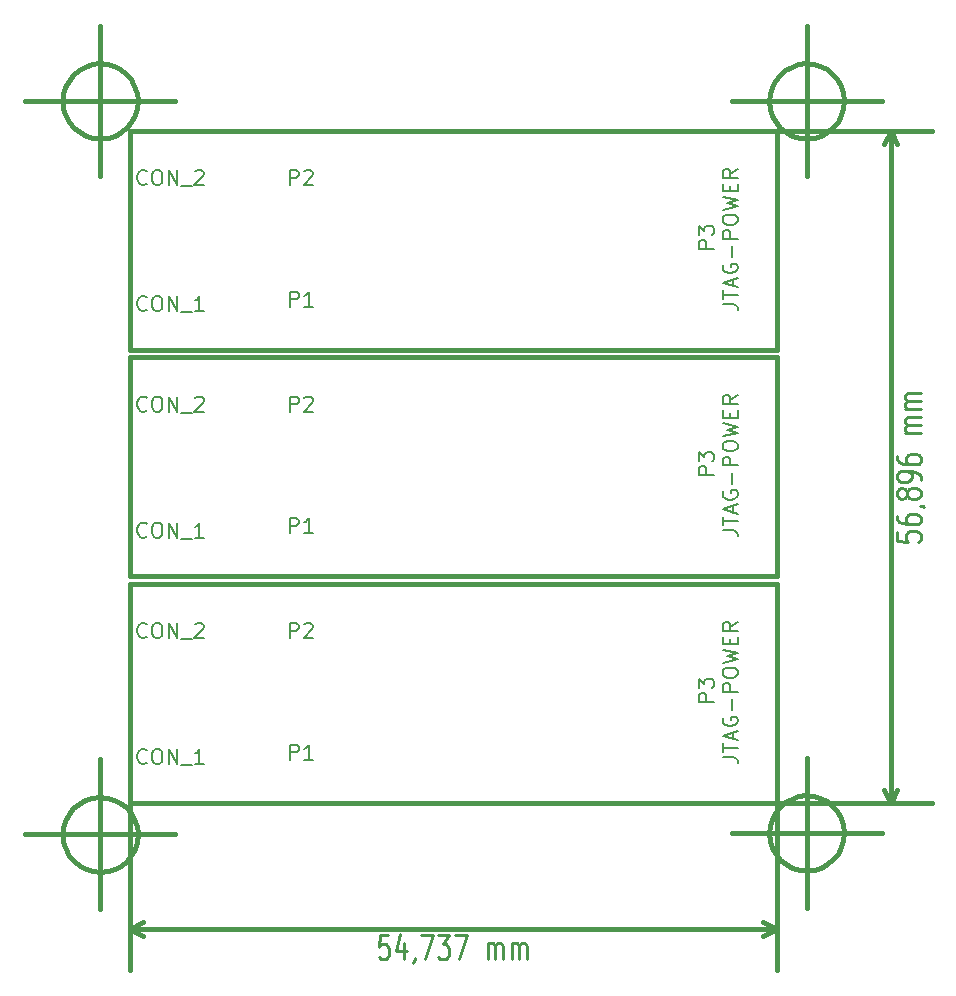
<source format=gbr>
G04 (created by PCBNEW-RS274X (2010-03-14)-final) date dom 30 oct 2011 23:58:16 ART*
G01*
G70*
G90*
%MOIN*%
G04 Gerber Fmt 3.4, Leading zero omitted, Abs format*
%FSLAX34Y34*%
G04 APERTURE LIST*
%ADD10C,0.000000*%
%ADD11C,0.015000*%
%ADD12C,0.010000*%
%ADD13C,0.005000*%
G04 APERTURE END LIST*
G54D10*
G54D11*
X79150Y-29750D02*
X79126Y-29992D01*
X79055Y-30226D01*
X78941Y-30441D01*
X78786Y-30630D01*
X78598Y-30786D01*
X78384Y-30902D01*
X78151Y-30974D01*
X77908Y-30999D01*
X77666Y-30977D01*
X77432Y-30908D01*
X77216Y-30795D01*
X77026Y-30643D01*
X76869Y-30456D01*
X76752Y-30242D01*
X76678Y-30009D01*
X76651Y-29767D01*
X76671Y-29525D01*
X76738Y-29290D01*
X76850Y-29073D01*
X77001Y-28882D01*
X77187Y-28724D01*
X77400Y-28605D01*
X77632Y-28530D01*
X77874Y-28501D01*
X78117Y-28519D01*
X78352Y-28585D01*
X78569Y-28695D01*
X78762Y-28845D01*
X78921Y-29030D01*
X79041Y-29242D01*
X79118Y-29474D01*
X79149Y-29716D01*
X79150Y-29750D01*
X75400Y-29750D02*
X80400Y-29750D01*
X77900Y-27250D02*
X77900Y-32250D01*
X79150Y-54150D02*
X79126Y-54392D01*
X79055Y-54626D01*
X78941Y-54841D01*
X78786Y-55030D01*
X78598Y-55186D01*
X78384Y-55302D01*
X78151Y-55374D01*
X77908Y-55399D01*
X77666Y-55377D01*
X77432Y-55308D01*
X77216Y-55195D01*
X77026Y-55043D01*
X76869Y-54856D01*
X76752Y-54642D01*
X76678Y-54409D01*
X76651Y-54167D01*
X76671Y-53925D01*
X76738Y-53690D01*
X76850Y-53473D01*
X77001Y-53282D01*
X77187Y-53124D01*
X77400Y-53005D01*
X77632Y-52930D01*
X77874Y-52901D01*
X78117Y-52919D01*
X78352Y-52985D01*
X78569Y-53095D01*
X78762Y-53245D01*
X78921Y-53430D01*
X79041Y-53642D01*
X79118Y-53874D01*
X79149Y-54116D01*
X79150Y-54150D01*
X75400Y-54150D02*
X80400Y-54150D01*
X77900Y-51650D02*
X77900Y-56650D01*
X55600Y-54200D02*
X55576Y-54442D01*
X55505Y-54676D01*
X55391Y-54891D01*
X55236Y-55080D01*
X55048Y-55236D01*
X54834Y-55352D01*
X54601Y-55424D01*
X54358Y-55449D01*
X54116Y-55427D01*
X53882Y-55358D01*
X53666Y-55245D01*
X53476Y-55093D01*
X53319Y-54906D01*
X53202Y-54692D01*
X53128Y-54459D01*
X53101Y-54217D01*
X53121Y-53975D01*
X53188Y-53740D01*
X53300Y-53523D01*
X53451Y-53332D01*
X53637Y-53174D01*
X53850Y-53055D01*
X54082Y-52980D01*
X54324Y-52951D01*
X54567Y-52969D01*
X54802Y-53035D01*
X55019Y-53145D01*
X55212Y-53295D01*
X55371Y-53480D01*
X55491Y-53692D01*
X55568Y-53924D01*
X55599Y-54166D01*
X55600Y-54200D01*
X51850Y-54200D02*
X56850Y-54200D01*
X54350Y-51700D02*
X54350Y-56700D01*
X55600Y-29750D02*
X55576Y-29992D01*
X55505Y-30226D01*
X55391Y-30441D01*
X55236Y-30630D01*
X55048Y-30786D01*
X54834Y-30902D01*
X54601Y-30974D01*
X54358Y-30999D01*
X54116Y-30977D01*
X53882Y-30908D01*
X53666Y-30795D01*
X53476Y-30643D01*
X53319Y-30456D01*
X53202Y-30242D01*
X53128Y-30009D01*
X53101Y-29767D01*
X53121Y-29525D01*
X53188Y-29290D01*
X53300Y-29073D01*
X53451Y-28882D01*
X53637Y-28724D01*
X53850Y-28605D01*
X54082Y-28530D01*
X54324Y-28501D01*
X54567Y-28519D01*
X54802Y-28585D01*
X55019Y-28695D01*
X55212Y-28845D01*
X55371Y-29030D01*
X55491Y-29242D01*
X55568Y-29474D01*
X55599Y-29716D01*
X55600Y-29750D01*
X51850Y-29750D02*
X56850Y-29750D01*
X54350Y-27250D02*
X54350Y-32250D01*
G54D12*
X80905Y-44119D02*
X80905Y-44405D01*
X81286Y-44435D01*
X81248Y-44406D01*
X81210Y-44349D01*
X81210Y-44206D01*
X81248Y-44149D01*
X81286Y-44120D01*
X81362Y-44092D01*
X81552Y-44092D01*
X81629Y-44120D01*
X81667Y-44149D01*
X81705Y-44207D01*
X81705Y-44350D01*
X81667Y-44406D01*
X81629Y-44435D01*
X80906Y-43577D02*
X80906Y-43691D01*
X80944Y-43748D01*
X80982Y-43777D01*
X81096Y-43834D01*
X81249Y-43864D01*
X81553Y-43864D01*
X81630Y-43835D01*
X81668Y-43807D01*
X81706Y-43750D01*
X81706Y-43636D01*
X81668Y-43578D01*
X81630Y-43549D01*
X81553Y-43521D01*
X81363Y-43521D01*
X81287Y-43549D01*
X81249Y-43578D01*
X81211Y-43635D01*
X81211Y-43749D01*
X81249Y-43807D01*
X81287Y-43835D01*
X81363Y-43864D01*
X81669Y-43236D02*
X81707Y-43237D01*
X81783Y-43265D01*
X81821Y-43294D01*
X81250Y-42892D02*
X81212Y-42950D01*
X81173Y-42978D01*
X81097Y-43006D01*
X81059Y-43006D01*
X80983Y-42977D01*
X80945Y-42949D01*
X80907Y-42891D01*
X80908Y-42777D01*
X80946Y-42720D01*
X80984Y-42691D01*
X81060Y-42663D01*
X81098Y-42663D01*
X81174Y-42692D01*
X81213Y-42721D01*
X81251Y-42778D01*
X81250Y-42892D01*
X81288Y-42950D01*
X81326Y-42978D01*
X81402Y-43007D01*
X81554Y-43007D01*
X81631Y-42978D01*
X81669Y-42950D01*
X81707Y-42893D01*
X81708Y-42779D01*
X81670Y-42721D01*
X81632Y-42692D01*
X81555Y-42664D01*
X81403Y-42664D01*
X81327Y-42692D01*
X81289Y-42721D01*
X81251Y-42778D01*
X81708Y-42380D02*
X81708Y-42265D01*
X81671Y-42207D01*
X81633Y-42179D01*
X81518Y-42121D01*
X81366Y-42093D01*
X81061Y-42092D01*
X80985Y-42120D01*
X80947Y-42149D01*
X80909Y-42206D01*
X80908Y-42320D01*
X80946Y-42378D01*
X80984Y-42406D01*
X81060Y-42435D01*
X81251Y-42436D01*
X81327Y-42407D01*
X81365Y-42379D01*
X81403Y-42321D01*
X81404Y-42207D01*
X81366Y-42150D01*
X81328Y-42121D01*
X81252Y-42093D01*
X80910Y-41578D02*
X80909Y-41692D01*
X80947Y-41749D01*
X80985Y-41778D01*
X81099Y-41836D01*
X81252Y-41865D01*
X81556Y-41865D01*
X81633Y-41836D01*
X81671Y-41808D01*
X81709Y-41751D01*
X81710Y-41637D01*
X81672Y-41579D01*
X81634Y-41550D01*
X81557Y-41522D01*
X81367Y-41522D01*
X81291Y-41550D01*
X81253Y-41579D01*
X81215Y-41636D01*
X81214Y-41750D01*
X81252Y-41808D01*
X81290Y-41836D01*
X81366Y-41865D01*
X81711Y-40809D02*
X81177Y-40808D01*
X81254Y-40808D02*
X81216Y-40780D01*
X81177Y-40722D01*
X81177Y-40637D01*
X81216Y-40580D01*
X81292Y-40551D01*
X81711Y-40552D01*
X81292Y-40551D02*
X81216Y-40522D01*
X81178Y-40465D01*
X81178Y-40380D01*
X81217Y-40322D01*
X81293Y-40294D01*
X81712Y-40295D01*
X81712Y-40009D02*
X81178Y-40008D01*
X81255Y-40008D02*
X81217Y-39980D01*
X81179Y-39922D01*
X81179Y-39837D01*
X81218Y-39780D01*
X81294Y-39751D01*
X81713Y-39752D01*
X81294Y-39751D02*
X81218Y-39722D01*
X81179Y-39665D01*
X81179Y-39580D01*
X81218Y-39522D01*
X81294Y-39494D01*
X81713Y-39495D01*
G54D11*
X80700Y-53150D02*
X80700Y-30750D01*
X76900Y-53150D02*
X82070Y-53150D01*
X76900Y-30750D02*
X82070Y-30750D01*
X80700Y-30750D02*
X80930Y-31193D01*
X80700Y-30750D02*
X80470Y-31193D01*
X80700Y-53150D02*
X80930Y-52707D01*
X80700Y-53150D02*
X80470Y-52707D01*
G54D12*
X63955Y-57558D02*
X63669Y-57558D01*
X63640Y-57939D01*
X63669Y-57901D01*
X63726Y-57863D01*
X63869Y-57863D01*
X63926Y-57901D01*
X63955Y-57939D01*
X63983Y-58015D01*
X63983Y-58205D01*
X63955Y-58282D01*
X63926Y-58320D01*
X63869Y-58358D01*
X63726Y-58358D01*
X63669Y-58320D01*
X63640Y-58282D01*
X64497Y-57824D02*
X64497Y-58358D01*
X64354Y-57520D02*
X64211Y-58091D01*
X64583Y-58091D01*
X64839Y-58320D02*
X64839Y-58358D01*
X64811Y-58434D01*
X64782Y-58472D01*
X65040Y-57558D02*
X65440Y-57558D01*
X65183Y-58358D01*
X65611Y-57558D02*
X65982Y-57558D01*
X65782Y-57863D01*
X65868Y-57863D01*
X65925Y-57901D01*
X65954Y-57939D01*
X65982Y-58015D01*
X65982Y-58205D01*
X65954Y-58282D01*
X65925Y-58320D01*
X65868Y-58358D01*
X65696Y-58358D01*
X65639Y-58320D01*
X65611Y-58282D01*
X66182Y-57558D02*
X66582Y-57558D01*
X66325Y-58358D01*
X67267Y-58358D02*
X67267Y-57824D01*
X67267Y-57901D02*
X67295Y-57863D01*
X67353Y-57824D01*
X67438Y-57824D01*
X67495Y-57863D01*
X67524Y-57939D01*
X67524Y-58358D01*
X67524Y-57939D02*
X67553Y-57863D01*
X67610Y-57824D01*
X67695Y-57824D01*
X67753Y-57863D01*
X67781Y-57939D01*
X67781Y-58358D01*
X68067Y-58358D02*
X68067Y-57824D01*
X68067Y-57901D02*
X68095Y-57863D01*
X68153Y-57824D01*
X68238Y-57824D01*
X68295Y-57863D01*
X68324Y-57939D01*
X68324Y-58358D01*
X68324Y-57939D02*
X68353Y-57863D01*
X68410Y-57824D01*
X68495Y-57824D01*
X68553Y-57863D01*
X68581Y-57939D01*
X68581Y-58358D01*
G54D11*
X55350Y-57349D02*
X76900Y-57349D01*
X55350Y-53250D02*
X55350Y-58719D01*
X76900Y-53250D02*
X76900Y-58719D01*
X76900Y-57349D02*
X76457Y-57579D01*
X76900Y-57349D02*
X76457Y-57119D01*
X55350Y-57349D02*
X55793Y-57579D01*
X55350Y-57349D02*
X55793Y-57119D01*
X76900Y-45850D02*
X76900Y-53150D01*
X76900Y-53150D02*
X55350Y-53150D01*
X55350Y-53150D02*
X55350Y-45850D01*
X55350Y-45850D02*
X76900Y-45850D01*
X55350Y-38300D02*
X76900Y-38300D01*
X55350Y-45600D02*
X55350Y-38300D01*
X76900Y-45600D02*
X55350Y-45600D01*
X76900Y-38300D02*
X76900Y-45600D01*
X55350Y-30750D02*
X76900Y-30750D01*
X55350Y-38050D02*
X55350Y-30750D01*
X76900Y-38050D02*
X55350Y-38050D01*
X76900Y-30750D02*
X76900Y-38050D01*
G54D13*
X60681Y-51702D02*
X60681Y-51202D01*
X60872Y-51202D01*
X60919Y-51226D01*
X60943Y-51250D01*
X60967Y-51298D01*
X60967Y-51369D01*
X60943Y-51417D01*
X60919Y-51440D01*
X60872Y-51464D01*
X60681Y-51464D01*
X61443Y-51702D02*
X61157Y-51702D01*
X61300Y-51702D02*
X61300Y-51202D01*
X61252Y-51274D01*
X61205Y-51321D01*
X61157Y-51345D01*
X55903Y-51805D02*
X55879Y-51829D01*
X55808Y-51852D01*
X55760Y-51852D01*
X55688Y-51829D01*
X55641Y-51781D01*
X55617Y-51733D01*
X55593Y-51638D01*
X55593Y-51567D01*
X55617Y-51471D01*
X55641Y-51424D01*
X55688Y-51376D01*
X55760Y-51352D01*
X55808Y-51352D01*
X55879Y-51376D01*
X55903Y-51400D01*
X56212Y-51352D02*
X56308Y-51352D01*
X56355Y-51376D01*
X56403Y-51424D01*
X56427Y-51519D01*
X56427Y-51686D01*
X56403Y-51781D01*
X56355Y-51829D01*
X56308Y-51852D01*
X56212Y-51852D01*
X56165Y-51829D01*
X56117Y-51781D01*
X56093Y-51686D01*
X56093Y-51519D01*
X56117Y-51424D01*
X56165Y-51376D01*
X56212Y-51352D01*
X56641Y-51852D02*
X56641Y-51352D01*
X56927Y-51852D01*
X56927Y-51352D01*
X57046Y-51900D02*
X57427Y-51900D01*
X57808Y-51852D02*
X57522Y-51852D01*
X57665Y-51852D02*
X57665Y-51352D01*
X57617Y-51424D01*
X57570Y-51471D01*
X57522Y-51495D01*
X60681Y-47652D02*
X60681Y-47152D01*
X60872Y-47152D01*
X60919Y-47176D01*
X60943Y-47200D01*
X60967Y-47248D01*
X60967Y-47319D01*
X60943Y-47367D01*
X60919Y-47390D01*
X60872Y-47414D01*
X60681Y-47414D01*
X61157Y-47200D02*
X61181Y-47176D01*
X61229Y-47152D01*
X61348Y-47152D01*
X61395Y-47176D01*
X61419Y-47200D01*
X61443Y-47248D01*
X61443Y-47295D01*
X61419Y-47367D01*
X61133Y-47652D01*
X61443Y-47652D01*
X55903Y-47605D02*
X55879Y-47629D01*
X55808Y-47652D01*
X55760Y-47652D01*
X55688Y-47629D01*
X55641Y-47581D01*
X55617Y-47533D01*
X55593Y-47438D01*
X55593Y-47367D01*
X55617Y-47271D01*
X55641Y-47224D01*
X55688Y-47176D01*
X55760Y-47152D01*
X55808Y-47152D01*
X55879Y-47176D01*
X55903Y-47200D01*
X56212Y-47152D02*
X56308Y-47152D01*
X56355Y-47176D01*
X56403Y-47224D01*
X56427Y-47319D01*
X56427Y-47486D01*
X56403Y-47581D01*
X56355Y-47629D01*
X56308Y-47652D01*
X56212Y-47652D01*
X56165Y-47629D01*
X56117Y-47581D01*
X56093Y-47486D01*
X56093Y-47319D01*
X56117Y-47224D01*
X56165Y-47176D01*
X56212Y-47152D01*
X56641Y-47652D02*
X56641Y-47152D01*
X56927Y-47652D01*
X56927Y-47152D01*
X57046Y-47700D02*
X57427Y-47700D01*
X57522Y-47200D02*
X57546Y-47176D01*
X57594Y-47152D01*
X57713Y-47152D01*
X57760Y-47176D01*
X57784Y-47200D01*
X57808Y-47248D01*
X57808Y-47295D01*
X57784Y-47367D01*
X57498Y-47652D01*
X57808Y-47652D01*
X74802Y-49769D02*
X74302Y-49769D01*
X74302Y-49578D01*
X74326Y-49531D01*
X74350Y-49507D01*
X74398Y-49483D01*
X74469Y-49483D01*
X74517Y-49507D01*
X74540Y-49531D01*
X74564Y-49578D01*
X74564Y-49769D01*
X74302Y-49317D02*
X74302Y-49007D01*
X74493Y-49174D01*
X74493Y-49102D01*
X74517Y-49055D01*
X74540Y-49031D01*
X74588Y-49007D01*
X74707Y-49007D01*
X74755Y-49031D01*
X74779Y-49055D01*
X74802Y-49102D01*
X74802Y-49245D01*
X74779Y-49293D01*
X74755Y-49317D01*
X75102Y-51616D02*
X75460Y-51616D01*
X75531Y-51640D01*
X75579Y-51688D01*
X75602Y-51759D01*
X75602Y-51807D01*
X75102Y-51449D02*
X75102Y-51164D01*
X75602Y-51307D02*
X75102Y-51307D01*
X75460Y-51021D02*
X75460Y-50783D01*
X75602Y-51068D02*
X75102Y-50902D01*
X75602Y-50735D01*
X75126Y-50306D02*
X75102Y-50354D01*
X75102Y-50425D01*
X75126Y-50497D01*
X75174Y-50544D01*
X75221Y-50568D01*
X75317Y-50592D01*
X75388Y-50592D01*
X75483Y-50568D01*
X75531Y-50544D01*
X75579Y-50497D01*
X75602Y-50425D01*
X75602Y-50377D01*
X75579Y-50306D01*
X75555Y-50282D01*
X75388Y-50282D01*
X75388Y-50377D01*
X75412Y-50068D02*
X75412Y-49687D01*
X75602Y-49449D02*
X75102Y-49449D01*
X75102Y-49258D01*
X75126Y-49211D01*
X75150Y-49187D01*
X75198Y-49163D01*
X75269Y-49163D01*
X75317Y-49187D01*
X75340Y-49211D01*
X75364Y-49258D01*
X75364Y-49449D01*
X75102Y-48854D02*
X75102Y-48758D01*
X75126Y-48711D01*
X75174Y-48663D01*
X75269Y-48639D01*
X75436Y-48639D01*
X75531Y-48663D01*
X75579Y-48711D01*
X75602Y-48758D01*
X75602Y-48854D01*
X75579Y-48901D01*
X75531Y-48949D01*
X75436Y-48973D01*
X75269Y-48973D01*
X75174Y-48949D01*
X75126Y-48901D01*
X75102Y-48854D01*
X75102Y-48473D02*
X75602Y-48354D01*
X75245Y-48258D01*
X75602Y-48163D01*
X75102Y-48044D01*
X75340Y-47854D02*
X75340Y-47687D01*
X75602Y-47616D02*
X75602Y-47854D01*
X75102Y-47854D01*
X75102Y-47616D01*
X75602Y-47116D02*
X75364Y-47283D01*
X75602Y-47402D02*
X75102Y-47402D01*
X75102Y-47211D01*
X75126Y-47164D01*
X75150Y-47140D01*
X75198Y-47116D01*
X75269Y-47116D01*
X75317Y-47140D01*
X75340Y-47164D01*
X75364Y-47211D01*
X75364Y-47402D01*
X74802Y-42219D02*
X74302Y-42219D01*
X74302Y-42028D01*
X74326Y-41981D01*
X74350Y-41957D01*
X74398Y-41933D01*
X74469Y-41933D01*
X74517Y-41957D01*
X74540Y-41981D01*
X74564Y-42028D01*
X74564Y-42219D01*
X74302Y-41767D02*
X74302Y-41457D01*
X74493Y-41624D01*
X74493Y-41552D01*
X74517Y-41505D01*
X74540Y-41481D01*
X74588Y-41457D01*
X74707Y-41457D01*
X74755Y-41481D01*
X74779Y-41505D01*
X74802Y-41552D01*
X74802Y-41695D01*
X74779Y-41743D01*
X74755Y-41767D01*
X75102Y-44066D02*
X75460Y-44066D01*
X75531Y-44090D01*
X75579Y-44138D01*
X75602Y-44209D01*
X75602Y-44257D01*
X75102Y-43899D02*
X75102Y-43614D01*
X75602Y-43757D02*
X75102Y-43757D01*
X75460Y-43471D02*
X75460Y-43233D01*
X75602Y-43518D02*
X75102Y-43352D01*
X75602Y-43185D01*
X75126Y-42756D02*
X75102Y-42804D01*
X75102Y-42875D01*
X75126Y-42947D01*
X75174Y-42994D01*
X75221Y-43018D01*
X75317Y-43042D01*
X75388Y-43042D01*
X75483Y-43018D01*
X75531Y-42994D01*
X75579Y-42947D01*
X75602Y-42875D01*
X75602Y-42827D01*
X75579Y-42756D01*
X75555Y-42732D01*
X75388Y-42732D01*
X75388Y-42827D01*
X75412Y-42518D02*
X75412Y-42137D01*
X75602Y-41899D02*
X75102Y-41899D01*
X75102Y-41708D01*
X75126Y-41661D01*
X75150Y-41637D01*
X75198Y-41613D01*
X75269Y-41613D01*
X75317Y-41637D01*
X75340Y-41661D01*
X75364Y-41708D01*
X75364Y-41899D01*
X75102Y-41304D02*
X75102Y-41208D01*
X75126Y-41161D01*
X75174Y-41113D01*
X75269Y-41089D01*
X75436Y-41089D01*
X75531Y-41113D01*
X75579Y-41161D01*
X75602Y-41208D01*
X75602Y-41304D01*
X75579Y-41351D01*
X75531Y-41399D01*
X75436Y-41423D01*
X75269Y-41423D01*
X75174Y-41399D01*
X75126Y-41351D01*
X75102Y-41304D01*
X75102Y-40923D02*
X75602Y-40804D01*
X75245Y-40708D01*
X75602Y-40613D01*
X75102Y-40494D01*
X75340Y-40304D02*
X75340Y-40137D01*
X75602Y-40066D02*
X75602Y-40304D01*
X75102Y-40304D01*
X75102Y-40066D01*
X75602Y-39566D02*
X75364Y-39733D01*
X75602Y-39852D02*
X75102Y-39852D01*
X75102Y-39661D01*
X75126Y-39614D01*
X75150Y-39590D01*
X75198Y-39566D01*
X75269Y-39566D01*
X75317Y-39590D01*
X75340Y-39614D01*
X75364Y-39661D01*
X75364Y-39852D01*
X60681Y-40102D02*
X60681Y-39602D01*
X60872Y-39602D01*
X60919Y-39626D01*
X60943Y-39650D01*
X60967Y-39698D01*
X60967Y-39769D01*
X60943Y-39817D01*
X60919Y-39840D01*
X60872Y-39864D01*
X60681Y-39864D01*
X61157Y-39650D02*
X61181Y-39626D01*
X61229Y-39602D01*
X61348Y-39602D01*
X61395Y-39626D01*
X61419Y-39650D01*
X61443Y-39698D01*
X61443Y-39745D01*
X61419Y-39817D01*
X61133Y-40102D01*
X61443Y-40102D01*
X55903Y-40055D02*
X55879Y-40079D01*
X55808Y-40102D01*
X55760Y-40102D01*
X55688Y-40079D01*
X55641Y-40031D01*
X55617Y-39983D01*
X55593Y-39888D01*
X55593Y-39817D01*
X55617Y-39721D01*
X55641Y-39674D01*
X55688Y-39626D01*
X55760Y-39602D01*
X55808Y-39602D01*
X55879Y-39626D01*
X55903Y-39650D01*
X56212Y-39602D02*
X56308Y-39602D01*
X56355Y-39626D01*
X56403Y-39674D01*
X56427Y-39769D01*
X56427Y-39936D01*
X56403Y-40031D01*
X56355Y-40079D01*
X56308Y-40102D01*
X56212Y-40102D01*
X56165Y-40079D01*
X56117Y-40031D01*
X56093Y-39936D01*
X56093Y-39769D01*
X56117Y-39674D01*
X56165Y-39626D01*
X56212Y-39602D01*
X56641Y-40102D02*
X56641Y-39602D01*
X56927Y-40102D01*
X56927Y-39602D01*
X57046Y-40150D02*
X57427Y-40150D01*
X57522Y-39650D02*
X57546Y-39626D01*
X57594Y-39602D01*
X57713Y-39602D01*
X57760Y-39626D01*
X57784Y-39650D01*
X57808Y-39698D01*
X57808Y-39745D01*
X57784Y-39817D01*
X57498Y-40102D01*
X57808Y-40102D01*
X60681Y-44152D02*
X60681Y-43652D01*
X60872Y-43652D01*
X60919Y-43676D01*
X60943Y-43700D01*
X60967Y-43748D01*
X60967Y-43819D01*
X60943Y-43867D01*
X60919Y-43890D01*
X60872Y-43914D01*
X60681Y-43914D01*
X61443Y-44152D02*
X61157Y-44152D01*
X61300Y-44152D02*
X61300Y-43652D01*
X61252Y-43724D01*
X61205Y-43771D01*
X61157Y-43795D01*
X55903Y-44255D02*
X55879Y-44279D01*
X55808Y-44302D01*
X55760Y-44302D01*
X55688Y-44279D01*
X55641Y-44231D01*
X55617Y-44183D01*
X55593Y-44088D01*
X55593Y-44017D01*
X55617Y-43921D01*
X55641Y-43874D01*
X55688Y-43826D01*
X55760Y-43802D01*
X55808Y-43802D01*
X55879Y-43826D01*
X55903Y-43850D01*
X56212Y-43802D02*
X56308Y-43802D01*
X56355Y-43826D01*
X56403Y-43874D01*
X56427Y-43969D01*
X56427Y-44136D01*
X56403Y-44231D01*
X56355Y-44279D01*
X56308Y-44302D01*
X56212Y-44302D01*
X56165Y-44279D01*
X56117Y-44231D01*
X56093Y-44136D01*
X56093Y-43969D01*
X56117Y-43874D01*
X56165Y-43826D01*
X56212Y-43802D01*
X56641Y-44302D02*
X56641Y-43802D01*
X56927Y-44302D01*
X56927Y-43802D01*
X57046Y-44350D02*
X57427Y-44350D01*
X57808Y-44302D02*
X57522Y-44302D01*
X57665Y-44302D02*
X57665Y-43802D01*
X57617Y-43874D01*
X57570Y-43921D01*
X57522Y-43945D01*
X74802Y-34669D02*
X74302Y-34669D01*
X74302Y-34478D01*
X74326Y-34431D01*
X74350Y-34407D01*
X74398Y-34383D01*
X74469Y-34383D01*
X74517Y-34407D01*
X74540Y-34431D01*
X74564Y-34478D01*
X74564Y-34669D01*
X74302Y-34217D02*
X74302Y-33907D01*
X74493Y-34074D01*
X74493Y-34002D01*
X74517Y-33955D01*
X74540Y-33931D01*
X74588Y-33907D01*
X74707Y-33907D01*
X74755Y-33931D01*
X74779Y-33955D01*
X74802Y-34002D01*
X74802Y-34145D01*
X74779Y-34193D01*
X74755Y-34217D01*
X75102Y-36516D02*
X75460Y-36516D01*
X75531Y-36540D01*
X75579Y-36588D01*
X75602Y-36659D01*
X75602Y-36707D01*
X75102Y-36349D02*
X75102Y-36064D01*
X75602Y-36207D02*
X75102Y-36207D01*
X75460Y-35921D02*
X75460Y-35683D01*
X75602Y-35968D02*
X75102Y-35802D01*
X75602Y-35635D01*
X75126Y-35206D02*
X75102Y-35254D01*
X75102Y-35325D01*
X75126Y-35397D01*
X75174Y-35444D01*
X75221Y-35468D01*
X75317Y-35492D01*
X75388Y-35492D01*
X75483Y-35468D01*
X75531Y-35444D01*
X75579Y-35397D01*
X75602Y-35325D01*
X75602Y-35277D01*
X75579Y-35206D01*
X75555Y-35182D01*
X75388Y-35182D01*
X75388Y-35277D01*
X75412Y-34968D02*
X75412Y-34587D01*
X75602Y-34349D02*
X75102Y-34349D01*
X75102Y-34158D01*
X75126Y-34111D01*
X75150Y-34087D01*
X75198Y-34063D01*
X75269Y-34063D01*
X75317Y-34087D01*
X75340Y-34111D01*
X75364Y-34158D01*
X75364Y-34349D01*
X75102Y-33754D02*
X75102Y-33658D01*
X75126Y-33611D01*
X75174Y-33563D01*
X75269Y-33539D01*
X75436Y-33539D01*
X75531Y-33563D01*
X75579Y-33611D01*
X75602Y-33658D01*
X75602Y-33754D01*
X75579Y-33801D01*
X75531Y-33849D01*
X75436Y-33873D01*
X75269Y-33873D01*
X75174Y-33849D01*
X75126Y-33801D01*
X75102Y-33754D01*
X75102Y-33373D02*
X75602Y-33254D01*
X75245Y-33158D01*
X75602Y-33063D01*
X75102Y-32944D01*
X75340Y-32754D02*
X75340Y-32587D01*
X75602Y-32516D02*
X75602Y-32754D01*
X75102Y-32754D01*
X75102Y-32516D01*
X75602Y-32016D02*
X75364Y-32183D01*
X75602Y-32302D02*
X75102Y-32302D01*
X75102Y-32111D01*
X75126Y-32064D01*
X75150Y-32040D01*
X75198Y-32016D01*
X75269Y-32016D01*
X75317Y-32040D01*
X75340Y-32064D01*
X75364Y-32111D01*
X75364Y-32302D01*
X60681Y-32552D02*
X60681Y-32052D01*
X60872Y-32052D01*
X60919Y-32076D01*
X60943Y-32100D01*
X60967Y-32148D01*
X60967Y-32219D01*
X60943Y-32267D01*
X60919Y-32290D01*
X60872Y-32314D01*
X60681Y-32314D01*
X61157Y-32100D02*
X61181Y-32076D01*
X61229Y-32052D01*
X61348Y-32052D01*
X61395Y-32076D01*
X61419Y-32100D01*
X61443Y-32148D01*
X61443Y-32195D01*
X61419Y-32267D01*
X61133Y-32552D01*
X61443Y-32552D01*
X55903Y-32505D02*
X55879Y-32529D01*
X55808Y-32552D01*
X55760Y-32552D01*
X55688Y-32529D01*
X55641Y-32481D01*
X55617Y-32433D01*
X55593Y-32338D01*
X55593Y-32267D01*
X55617Y-32171D01*
X55641Y-32124D01*
X55688Y-32076D01*
X55760Y-32052D01*
X55808Y-32052D01*
X55879Y-32076D01*
X55903Y-32100D01*
X56212Y-32052D02*
X56308Y-32052D01*
X56355Y-32076D01*
X56403Y-32124D01*
X56427Y-32219D01*
X56427Y-32386D01*
X56403Y-32481D01*
X56355Y-32529D01*
X56308Y-32552D01*
X56212Y-32552D01*
X56165Y-32529D01*
X56117Y-32481D01*
X56093Y-32386D01*
X56093Y-32219D01*
X56117Y-32124D01*
X56165Y-32076D01*
X56212Y-32052D01*
X56641Y-32552D02*
X56641Y-32052D01*
X56927Y-32552D01*
X56927Y-32052D01*
X57046Y-32600D02*
X57427Y-32600D01*
X57522Y-32100D02*
X57546Y-32076D01*
X57594Y-32052D01*
X57713Y-32052D01*
X57760Y-32076D01*
X57784Y-32100D01*
X57808Y-32148D01*
X57808Y-32195D01*
X57784Y-32267D01*
X57498Y-32552D01*
X57808Y-32552D01*
X60681Y-36602D02*
X60681Y-36102D01*
X60872Y-36102D01*
X60919Y-36126D01*
X60943Y-36150D01*
X60967Y-36198D01*
X60967Y-36269D01*
X60943Y-36317D01*
X60919Y-36340D01*
X60872Y-36364D01*
X60681Y-36364D01*
X61443Y-36602D02*
X61157Y-36602D01*
X61300Y-36602D02*
X61300Y-36102D01*
X61252Y-36174D01*
X61205Y-36221D01*
X61157Y-36245D01*
X55903Y-36705D02*
X55879Y-36729D01*
X55808Y-36752D01*
X55760Y-36752D01*
X55688Y-36729D01*
X55641Y-36681D01*
X55617Y-36633D01*
X55593Y-36538D01*
X55593Y-36467D01*
X55617Y-36371D01*
X55641Y-36324D01*
X55688Y-36276D01*
X55760Y-36252D01*
X55808Y-36252D01*
X55879Y-36276D01*
X55903Y-36300D01*
X56212Y-36252D02*
X56308Y-36252D01*
X56355Y-36276D01*
X56403Y-36324D01*
X56427Y-36419D01*
X56427Y-36586D01*
X56403Y-36681D01*
X56355Y-36729D01*
X56308Y-36752D01*
X56212Y-36752D01*
X56165Y-36729D01*
X56117Y-36681D01*
X56093Y-36586D01*
X56093Y-36419D01*
X56117Y-36324D01*
X56165Y-36276D01*
X56212Y-36252D01*
X56641Y-36752D02*
X56641Y-36252D01*
X56927Y-36752D01*
X56927Y-36252D01*
X57046Y-36800D02*
X57427Y-36800D01*
X57808Y-36752D02*
X57522Y-36752D01*
X57665Y-36752D02*
X57665Y-36252D01*
X57617Y-36324D01*
X57570Y-36371D01*
X57522Y-36395D01*
M02*

</source>
